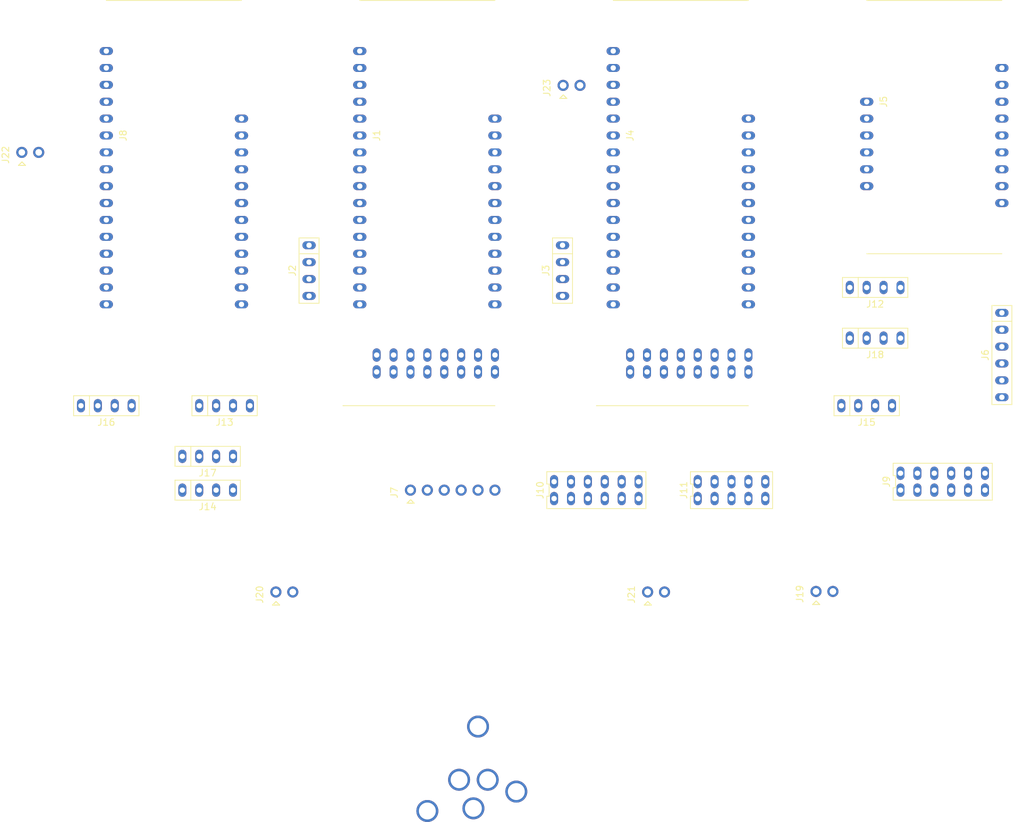
<source format=kicad_pcb>
(kicad_pcb (version 20171130) (host pcbnew "(5.1.5)-3")

  (general
    (thickness 1.6)
    (drawings 0)
    (tracks 0)
    (zones 0)
    (modules 29)
    (nets 122)
  )

  (page A4)
  (layers
    (0 F.Cu signal)
    (31 B.Cu signal)
    (32 B.Adhes user)
    (33 F.Adhes user)
    (34 B.Paste user)
    (35 F.Paste user)
    (36 B.SilkS user)
    (37 F.SilkS user)
    (38 B.Mask user)
    (39 F.Mask user)
    (40 Dwgs.User user)
    (41 Cmts.User user)
    (42 Eco1.User user)
    (43 Eco2.User user)
    (44 Edge.Cuts user)
    (45 Margin user)
    (46 B.CrtYd user)
    (47 F.CrtYd user)
    (48 B.Fab user)
    (49 F.Fab user)
  )

  (setup
    (last_trace_width 0.25)
    (trace_clearance 0.2)
    (zone_clearance 0.508)
    (zone_45_only no)
    (trace_min 0.2)
    (via_size 0.8)
    (via_drill 0.4)
    (via_min_size 0.4)
    (via_min_drill 0.3)
    (uvia_size 0.3)
    (uvia_drill 0.1)
    (uvias_allowed no)
    (uvia_min_size 0.2)
    (uvia_min_drill 0.1)
    (edge_width 0.05)
    (segment_width 0.2)
    (pcb_text_width 0.3)
    (pcb_text_size 1.5 1.5)
    (mod_edge_width 0.12)
    (mod_text_size 1 1)
    (mod_text_width 0.15)
    (pad_size 1.524 1.524)
    (pad_drill 0.762)
    (pad_to_mask_clearance 0.051)
    (solder_mask_min_width 0.25)
    (aux_axis_origin 0 0)
    (visible_elements FFFFFF7F)
    (pcbplotparams
      (layerselection 0x010fc_ffffffff)
      (usegerberextensions false)
      (usegerberattributes false)
      (usegerberadvancedattributes false)
      (creategerberjobfile false)
      (excludeedgelayer true)
      (linewidth 0.100000)
      (plotframeref false)
      (viasonmask false)
      (mode 1)
      (useauxorigin false)
      (hpglpennumber 1)
      (hpglpenspeed 20)
      (hpglpendiameter 15.000000)
      (psnegative false)
      (psa4output false)
      (plotreference true)
      (plotvalue true)
      (plotinvisibletext false)
      (padsonsilk false)
      (subtractmaskfromsilk false)
      (outputformat 1)
      (mirror false)
      (drillshape 1)
      (scaleselection 1)
      (outputdirectory ""))
  )

  (net 0 "")
  (net 1 "Net-(J1-Pad17)")
  (net 2 "Net-(J1-Pad38)")
  (net 3 "Net-(J1-Pad37)")
  (net 4 "Net-(J1-Pad18)")
  (net 5 "Net-(J1-Pad19)")
  (net 6 /I2S_CLK)
  (net 7 /H2D_INT)
  (net 8 /D2H_INT)
  (net 9 /I2S_WCLK)
  (net 10 "Net-(J1-Pad42)")
  (net 11 /RESETn)
  (net 12 "Net-(J1-Pad22)")
  (net 13 GND)
  (net 14 "Net-(J1-Pad43)")
  (net 15 /H3P3V)
  (net 16 "Net-(J1-Pad23)")
  (net 17 "Net-(J1-Pad28)")
  (net 18 /H_SDA)
  (net 19 "Net-(J1-Pad31)")
  (net 20 "Net-(J1-Pad29)")
  (net 21 "Net-(J1-Pad30)")
  (net 22 /H_SCL)
  (net 23 "Net-(J1-Pad32)")
  (net 24 /SPI_CSn)
  (net 25 "Net-(J1-Pad34)")
  (net 26 "Net-(J1-Pad27)")
  (net 27 "Net-(J1-Pad33)")
  (net 28 "Net-(J1-Pad36)")
  (net 29 /H_RX)
  (net 30 /H_TX)
  (net 31 /SPI_MISO)
  (net 32 /SPI_MOSI)
  (net 33 /SPI_CLK)
  (net 34 "Net-(J1-Pad7)")
  (net 35 /D2H_ACK)
  (net 36 "Net-(J1-Pad9)")
  (net 37 /H2D_ACK)
  (net 38 "Net-(J1-Pad11)")
  (net 39 "Net-(J1-Pad12)")
  (net 40 "Net-(J1-Pad14)")
  (net 41 "Net-(J1-Pad15)")
  (net 42 "Net-(J1-Pad16)")
  (net 43 "Net-(J2-Pad1)")
  (net 44 /D_RX)
  (net 45 /D_TX)
  (net 46 "Net-(J3-Pad1)")
  (net 47 "Net-(J4-Pad15)")
  (net 48 "Net-(J4-Pad14)")
  (net 49 "Net-(J4-Pad12)")
  (net 50 "Net-(J4-Pad11)")
  (net 51 /RC_DEMO)
  (net 52 /WOS)
  (net 53 /INT1)
  (net 54 /SPIm_CLK)
  (net 55 /SPIm_MOSI)
  (net 56 /SPIm_MISO)
  (net 57 "Net-(J4-Pad36)")
  (net 58 /D_SCL1)
  (net 59 "Net-(J4-Pad27)")
  (net 60 /D_SDA1)
  (net 61 /SPIm_CS2n)
  (net 62 /D_SCL0)
  (net 63 /D_SDA0)
  (net 64 /eSPI_MOSI)
  (net 65 /D3P3V)
  (net 66 "Net-(J4-Pad43)")
  (net 67 /eSPI_CLK)
  (net 68 "Net-(J4-Pad41)")
  (net 69 /eSPI_CSn)
  (net 70 /eSPI_MISO)
  (net 71 /PDM_CLK)
  (net 72 /I2S_DOUT)
  (net 73 /PDM_DATA)
  (net 74 "Net-(J5-Pad7)")
  (net 75 /3P3V)
  (net 76 "Net-(J5-Pad13)")
  (net 77 "Net-(J5-Pad14)")
  (net 78 "Net-(J5-Pad15)")
  (net 79 "Net-(J5-Pad6)")
  (net 80 "Net-(J5-Pad5)")
  (net 81 "Net-(J5-Pad4)")
  (net 82 "Net-(J5-Pad3)")
  (net 83 "Net-(J5-Pad2)")
  (net 84 "Net-(J5-Pad1)")
  (net 85 "Net-(J6-Pad2)")
  (net 86 "Net-(J8-Pad16)")
  (net 87 /H3V)
  (net 88 "Net-(J8-Pad14)")
  (net 89 "Net-(J8-Pad9)")
  (net 90 "Net-(J8-Pad3)")
  (net 91 "Net-(J8-Pad2)")
  (net 92 "Net-(J8-Pad1)")
  (net 93 "Net-(J8-Pad28)")
  (net 94 "Net-(J8-Pad25)")
  (net 95 "Net-(J8-Pad26)")
  (net 96 "Net-(J8-Pad27)")
  (net 97 "Net-(J8-Pad24)")
  (net 98 /E_SCL)
  (net 99 "Net-(J8-Pad22)")
  (net 100 "Net-(J8-Pad21)")
  (net 101 "Net-(J8-Pad23)")
  (net 102 /E_SDA)
  (net 103 "Net-(J8-Pad20)")
  (net 104 "Net-(J9-Pad12)")
  (net 105 "Net-(J9-Pad11)")
  (net 106 "Net-(J9-Pad10)")
  (net 107 "Net-(J9-Pad2)")
  (net 108 "Net-(J9-Pad8)")
  (net 109 "Net-(J9-Pad7)")
  (net 110 "Net-(J10-Pad7)")
  (net 111 "Net-(J10-Pad8)")
  (net 112 "Net-(J10-Pad9)")
  (net 113 "Net-(J10-Pad10)")
  (net 114 "Net-(J12-Pad3)")
  (net 115 "Net-(J12-Pad2)")
  (net 116 "Net-(J13-Pad2)")
  (net 117 "Net-(J13-Pad3)")
  (net 118 "Net-(J15-Pad2)")
  (net 119 "Net-(J15-Pad3)")
  (net 120 "Net-(J18-Pad3)")
  (net 121 "Net-(J18-Pad2)")

  (net_class Default "This is the default net class."
    (clearance 0.2)
    (trace_width 0.25)
    (via_dia 0.8)
    (via_drill 0.4)
    (uvia_dia 0.3)
    (uvia_drill 0.1)
    (add_net /3P3V)
    (add_net /D2H_ACK)
    (add_net /D2H_INT)
    (add_net /D3P3V)
    (add_net /D_RX)
    (add_net /D_SCL0)
    (add_net /D_SCL1)
    (add_net /D_SDA0)
    (add_net /D_SDA1)
    (add_net /D_TX)
    (add_net /E_SCL)
    (add_net /E_SDA)
    (add_net /H2D_ACK)
    (add_net /H2D_INT)
    (add_net /H3P3V)
    (add_net /H3V)
    (add_net /H_RX)
    (add_net /H_SCL)
    (add_net /H_SDA)
    (add_net /H_TX)
    (add_net /I2S_CLK)
    (add_net /I2S_DOUT)
    (add_net /I2S_WCLK)
    (add_net /INT1)
    (add_net /PDM_CLK)
    (add_net /PDM_DATA)
    (add_net /RC_DEMO)
    (add_net /RESETn)
    (add_net /SPI_CLK)
    (add_net /SPI_CSn)
    (add_net /SPI_MISO)
    (add_net /SPI_MOSI)
    (add_net /SPIm_CLK)
    (add_net /SPIm_CS2n)
    (add_net /SPIm_MISO)
    (add_net /SPIm_MOSI)
    (add_net /WOS)
    (add_net /eSPI_CLK)
    (add_net /eSPI_CSn)
    (add_net /eSPI_MISO)
    (add_net /eSPI_MOSI)
    (add_net GND)
    (add_net "Net-(J1-Pad11)")
    (add_net "Net-(J1-Pad12)")
    (add_net "Net-(J1-Pad14)")
    (add_net "Net-(J1-Pad15)")
    (add_net "Net-(J1-Pad16)")
    (add_net "Net-(J1-Pad17)")
    (add_net "Net-(J1-Pad18)")
    (add_net "Net-(J1-Pad19)")
    (add_net "Net-(J1-Pad22)")
    (add_net "Net-(J1-Pad23)")
    (add_net "Net-(J1-Pad27)")
    (add_net "Net-(J1-Pad28)")
    (add_net "Net-(J1-Pad29)")
    (add_net "Net-(J1-Pad30)")
    (add_net "Net-(J1-Pad31)")
    (add_net "Net-(J1-Pad32)")
    (add_net "Net-(J1-Pad33)")
    (add_net "Net-(J1-Pad34)")
    (add_net "Net-(J1-Pad36)")
    (add_net "Net-(J1-Pad37)")
    (add_net "Net-(J1-Pad38)")
    (add_net "Net-(J1-Pad42)")
    (add_net "Net-(J1-Pad43)")
    (add_net "Net-(J1-Pad7)")
    (add_net "Net-(J1-Pad9)")
    (add_net "Net-(J10-Pad10)")
    (add_net "Net-(J10-Pad7)")
    (add_net "Net-(J10-Pad8)")
    (add_net "Net-(J10-Pad9)")
    (add_net "Net-(J12-Pad2)")
    (add_net "Net-(J12-Pad3)")
    (add_net "Net-(J13-Pad2)")
    (add_net "Net-(J13-Pad3)")
    (add_net "Net-(J15-Pad2)")
    (add_net "Net-(J15-Pad3)")
    (add_net "Net-(J18-Pad2)")
    (add_net "Net-(J18-Pad3)")
    (add_net "Net-(J2-Pad1)")
    (add_net "Net-(J3-Pad1)")
    (add_net "Net-(J4-Pad11)")
    (add_net "Net-(J4-Pad12)")
    (add_net "Net-(J4-Pad14)")
    (add_net "Net-(J4-Pad15)")
    (add_net "Net-(J4-Pad27)")
    (add_net "Net-(J4-Pad36)")
    (add_net "Net-(J4-Pad41)")
    (add_net "Net-(J4-Pad43)")
    (add_net "Net-(J5-Pad1)")
    (add_net "Net-(J5-Pad13)")
    (add_net "Net-(J5-Pad14)")
    (add_net "Net-(J5-Pad15)")
    (add_net "Net-(J5-Pad2)")
    (add_net "Net-(J5-Pad3)")
    (add_net "Net-(J5-Pad4)")
    (add_net "Net-(J5-Pad5)")
    (add_net "Net-(J5-Pad6)")
    (add_net "Net-(J5-Pad7)")
    (add_net "Net-(J6-Pad2)")
    (add_net "Net-(J8-Pad1)")
    (add_net "Net-(J8-Pad14)")
    (add_net "Net-(J8-Pad16)")
    (add_net "Net-(J8-Pad2)")
    (add_net "Net-(J8-Pad20)")
    (add_net "Net-(J8-Pad21)")
    (add_net "Net-(J8-Pad22)")
    (add_net "Net-(J8-Pad23)")
    (add_net "Net-(J8-Pad24)")
    (add_net "Net-(J8-Pad25)")
    (add_net "Net-(J8-Pad26)")
    (add_net "Net-(J8-Pad27)")
    (add_net "Net-(J8-Pad28)")
    (add_net "Net-(J8-Pad3)")
    (add_net "Net-(J8-Pad9)")
    (add_net "Net-(J9-Pad10)")
    (add_net "Net-(J9-Pad11)")
    (add_net "Net-(J9-Pad12)")
    (add_net "Net-(J9-Pad2)")
    (add_net "Net-(J9-Pad7)")
    (add_net "Net-(J9-Pad8)")
  )

  (module MPAD (layer F.Cu) (tedit 5E00E610) (tstamp 5FAA3FA2)
    (at 106.666 147.344)
    (path /5FAACA21)
    (fp_text reference H1 (at -2.41 -0.07 90) (layer F.SilkS) hide
      (effects (font (size 1 1) (thickness 0.15)))
    )
    (fp_text value MountingHole (at 0 -2.54) (layer F.Fab)
      (effects (font (size 1 1) (thickness 0.15)))
    )
    (fp_poly (pts (xy -0.24 0.23) (xy 0.268 0.23) (xy 0.268 -0.278) (xy -0.24 -0.278)) (layer F.Fab) (width 0))
    (pad 0 thru_hole circle (at 0.014 -0.024 90) (size 3.302 3.302) (drill 2.54) (layers *.Cu *.Mask)
      (solder_mask_margin 0.0508))
  )

  (module MPAD (layer F.Cu) (tedit 5E00E610) (tstamp 5FAA3FA8)
    (at 99.046 160.044)
    (path /5FAA78E4)
    (fp_text reference H2 (at -2.41 -0.07 90) (layer F.SilkS) hide
      (effects (font (size 1 1) (thickness 0.15)))
    )
    (fp_text value MountingHole (at 0 -2.54) (layer F.Fab)
      (effects (font (size 1 1) (thickness 0.15)))
    )
    (fp_poly (pts (xy -0.24 0.23) (xy 0.268 0.23) (xy 0.268 -0.278) (xy -0.24 -0.278)) (layer F.Fab) (width 0))
    (pad 0 thru_hole circle (at 0.014 -0.024 90) (size 3.302 3.302) (drill 2.54) (layers *.Cu *.Mask)
      (solder_mask_margin 0.0508))
  )

  (module MPAD (layer F.Cu) (tedit 5E00E610) (tstamp 5FAA3FAE)
    (at 105.967 159.645)
    (path /5FAAD684)
    (fp_text reference H3 (at -2.41 -0.07 90) (layer F.SilkS) hide
      (effects (font (size 1 1) (thickness 0.15)))
    )
    (fp_text value MountingHole (at 0 -2.54) (layer F.Fab)
      (effects (font (size 1 1) (thickness 0.15)))
    )
    (fp_poly (pts (xy -0.24 0.23) (xy 0.268 0.23) (xy 0.268 -0.278) (xy -0.24 -0.278)) (layer F.Fab) (width 0))
    (pad 0 thru_hole circle (at 0.014 -0.024 90) (size 3.302 3.302) (drill 2.54) (layers *.Cu *.Mask)
      (solder_mask_margin 0.0508))
  )

  (module MPAD (layer F.Cu) (tedit 5E00E610) (tstamp 5FAA3FB4)
    (at 112.417 157.125)
    (path /5FAB3473)
    (fp_text reference H4 (at -2.41 -0.07 90) (layer F.SilkS) hide
      (effects (font (size 1 1) (thickness 0.15)))
    )
    (fp_text value MountingHole (at 0 -2.54) (layer F.Fab)
      (effects (font (size 1 1) (thickness 0.15)))
    )
    (fp_poly (pts (xy -0.24 0.23) (xy 0.268 0.23) (xy 0.268 -0.278) (xy -0.24 -0.278)) (layer F.Fab) (width 0))
    (pad 0 thru_hole circle (at 0.014 -0.024 90) (size 3.302 3.302) (drill 2.54) (layers *.Cu *.Mask)
      (solder_mask_margin 0.0508))
  )

  (module MPAD (layer F.Cu) (tedit 5E00E610) (tstamp 5FAA3FBA)
    (at 108.117 155.345)
    (path /5FAB91FD)
    (fp_text reference H5 (at -2.41 -0.07 90) (layer F.SilkS) hide
      (effects (font (size 1 1) (thickness 0.15)))
    )
    (fp_text value MountingHole (at 0 -2.54) (layer F.Fab)
      (effects (font (size 1 1) (thickness 0.15)))
    )
    (fp_poly (pts (xy -0.24 0.23) (xy 0.268 0.23) (xy 0.268 -0.278) (xy -0.24 -0.278)) (layer F.Fab) (width 0))
    (pad 0 thru_hole circle (at 0.014 -0.024 90) (size 3.302 3.302) (drill 2.54) (layers *.Cu *.Mask)
      (solder_mask_margin 0.0508))
  )

  (module MPAD (layer F.Cu) (tedit 5E00E610) (tstamp 5FAA3FC0)
    (at 103.817 155.345)
    (path /5FABEFD1)
    (fp_text reference H6 (at -2.41 -0.07 90) (layer F.SilkS) hide
      (effects (font (size 1 1) (thickness 0.15)))
    )
    (fp_text value MountingHole (at 0 -2.54) (layer F.Fab)
      (effects (font (size 1 1) (thickness 0.15)))
    )
    (fp_poly (pts (xy -0.24 0.23) (xy 0.268 0.23) (xy 0.268 -0.278) (xy -0.24 -0.278)) (layer F.Fab) (width 0))
    (pad 0 thru_hole circle (at 0.014 -0.024 90) (size 3.302 3.302) (drill 2.54) (layers *.Cu *.Mask)
      (solder_mask_margin 0.0508))
  )

  (module quicklogicBoards-footprints:quickfeather (layer F.Cu) (tedit 5F594428) (tstamp 5FAA3FFA)
    (at 83.82 63.5 270)
    (path /5F99F9F5)
    (fp_text reference J1 (at -5.08 -7.62 90) (layer F.SilkS)
      (effects (font (size 1 1) (thickness 0.15)))
    )
    (fp_text value QuickFeather (at 2.54 -7.62 90) (layer F.Fab)
      (effects (font (size 1 1) (thickness 0.15)))
    )
    (fp_line (start -25.4 -25.4) (end -25.4 -5.08) (layer F.SilkS) (width 0.12))
    (fp_line (start 35.56 -25.4) (end 35.56 -2.54) (layer F.SilkS) (width 0.12))
    (fp_line (start 21.17 -24.15) (end -18.63 -24.15) (layer F.CrtYd) (width 0.05))
    (fp_line (start -18.63 -24.15) (end -18.63 -26.65) (layer F.CrtYd) (width 0.05))
    (fp_line (start 21.17 -26.65) (end 21.17 -24.15) (layer F.CrtYd) (width 0.05))
    (fp_line (start -18.63 -26.65) (end 21.17 -26.65) (layer F.CrtYd) (width 0.05))
    (fp_line (start -18.63 -6.33) (end 21.17 -6.33) (layer F.CrtYd) (width 0.05))
    (fp_line (start 21.17 -6.33) (end 21.17 -3.83) (layer F.CrtYd) (width 0.05))
    (fp_line (start 21.17 -3.83) (end -18.63 -3.83) (layer F.CrtYd) (width 0.05))
    (fp_line (start -18.63 -3.83) (end -18.63 -6.33) (layer F.CrtYd) (width 0.05))
    (pad 17 thru_hole oval (at 27.94 -25.4) (size 1.2 2) (drill 0.8) (layers *.Cu *.Mask)
      (net 1 "Net-(J1-Pad17)"))
    (pad 38 thru_hole oval (at 30.48 -22.86) (size 1.2 2) (drill 0.8) (layers *.Cu *.Mask)
      (net 2 "Net-(J1-Pad38)"))
    (pad 37 thru_hole oval (at 30.48 -25.4) (size 1.2 2) (drill 0.8) (layers *.Cu *.Mask)
      (net 3 "Net-(J1-Pad37)"))
    (pad 18 thru_hole oval (at 27.94 -22.86) (size 1.2 2) (drill 0.8) (layers *.Cu *.Mask)
      (net 4 "Net-(J1-Pad18)"))
    (pad 19 thru_hole oval (at 27.94 -20.32) (size 1.2 2) (drill 0.8) (layers *.Cu *.Mask)
      (net 5 "Net-(J1-Pad19)"))
    (pad 40 thru_hole oval (at 30.48 -17.78) (size 1.2 2) (drill 0.8) (layers *.Cu *.Mask)
      (net 6 /I2S_CLK))
    (pad 39 thru_hole oval (at 30.48 -20.32) (size 1.2 2) (drill 0.8) (layers *.Cu *.Mask)
      (net 7 /H2D_INT))
    (pad 20 thru_hole oval (at 27.94 -17.78) (size 1.2 2) (drill 0.8) (layers *.Cu *.Mask)
      (net 8 /D2H_INT))
    (pad 21 thru_hole oval (at 27.94 -15.24) (size 1.2 2) (drill 0.8) (layers *.Cu *.Mask)
      (net 9 /I2S_WCLK))
    (pad 42 thru_hole oval (at 30.48 -12.7) (size 1.2 2) (drill 0.8) (layers *.Cu *.Mask)
      (net 10 "Net-(J1-Pad42)"))
    (pad 41 thru_hole oval (at 30.48 -15.24) (size 1.2 2) (drill 0.8) (layers *.Cu *.Mask)
      (net 11 /RESETn))
    (pad 22 thru_hole oval (at 27.94 -12.7) (size 1.2 2) (drill 0.8) (layers *.Cu *.Mask)
      (net 12 "Net-(J1-Pad22)"))
    (pad 44 thru_hole oval (at 30.48 -7.62) (size 1.2 2) (drill 0.8) (layers *.Cu *.Mask)
      (net 13 GND))
    (pad 43 thru_hole oval (at 30.48 -10.16) (size 1.2 2) (drill 0.8) (layers *.Cu *.Mask)
      (net 14 "Net-(J1-Pad43)"))
    (pad 24 thru_hole oval (at 27.94 -7.62) (size 1.2 2) (drill 0.8) (layers *.Cu *.Mask)
      (net 15 /H3P3V))
    (pad 23 thru_hole oval (at 27.94 -10.16) (size 1.2 2) (drill 0.8) (layers *.Cu *.Mask)
      (net 16 "Net-(J1-Pad23)"))
    (pad 28 thru_hole oval (at 12.7 -25.4 270) (size 1.2 2) (drill 0.8) (layers *.Cu *.Mask)
      (net 17 "Net-(J1-Pad28)"))
    (pad 25 thru_hole oval (at 20.32 -25.4 270) (size 1.2 2) (drill 0.8) (layers *.Cu *.Mask)
      (net 18 /H_SDA))
    (pad 31 thru_hole oval (at 5.08 -25.4 270) (size 1.2 2) (drill 0.8) (layers *.Cu *.Mask)
      (net 19 "Net-(J1-Pad31)"))
    (pad 29 thru_hole oval (at 10.16 -25.4 270) (size 1.2 2) (drill 0.8) (layers *.Cu *.Mask)
      (net 20 "Net-(J1-Pad29)"))
    (pad 30 thru_hole oval (at 7.62 -25.4 270) (size 1.2 2) (drill 0.8) (layers *.Cu *.Mask)
      (net 21 "Net-(J1-Pad30)"))
    (pad 26 thru_hole oval (at 17.78 -25.4 270) (size 1.2 2) (drill 0.8) (layers *.Cu *.Mask)
      (net 22 /H_SCL))
    (pad 32 thru_hole oval (at 2.54 -25.4 270) (size 1.2 2) (drill 0.8) (layers *.Cu *.Mask)
      (net 23 "Net-(J1-Pad32)"))
    (pad 35 thru_hole oval (at -5.08 -25.4 270) (size 1.2 2) (drill 0.8) (layers *.Cu *.Mask)
      (net 24 /SPI_CSn))
    (pad 34 thru_hole oval (at -2.54 -25.4 270) (size 1.2 2) (drill 0.8) (layers *.Cu *.Mask)
      (net 25 "Net-(J1-Pad34)"))
    (pad 27 thru_hole oval (at 15.24 -25.4 270) (size 1.2 2) (drill 0.8) (layers *.Cu *.Mask)
      (net 26 "Net-(J1-Pad27)"))
    (pad 33 thru_hole oval (at 0 -25.4 270) (size 1.2 2) (drill 0.8) (layers *.Cu *.Mask)
      (net 27 "Net-(J1-Pad33)"))
    (pad 36 thru_hole oval (at -7.62 -25.4 270) (size 1.2 2) (drill 0.8) (layers *.Cu *.Mask)
      (net 28 "Net-(J1-Pad36)"))
    (pad 1 thru_hole oval (at 20.32 -5.08 270) (size 1.2 2) (drill 0.8) (layers *.Cu *.Mask)
      (net 13 GND))
    (pad 2 thru_hole oval (at 17.78 -5.08 270) (size 1.2 2) (drill 0.8) (layers *.Cu *.Mask)
      (net 29 /H_RX))
    (pad 3 thru_hole oval (at 15.24 -5.08 270) (size 1.2 2) (drill 0.8) (layers *.Cu *.Mask)
      (net 30 /H_TX))
    (pad 4 thru_hole oval (at 12.7 -5.08 270) (size 1.2 2) (drill 0.8) (layers *.Cu *.Mask)
      (net 31 /SPI_MISO))
    (pad 5 thru_hole oval (at 10.16 -5.08 270) (size 1.2 2) (drill 0.8) (layers *.Cu *.Mask)
      (net 32 /SPI_MOSI))
    (pad 6 thru_hole oval (at 7.62 -5.08 270) (size 1.2 2) (drill 0.8) (layers *.Cu *.Mask)
      (net 33 /SPI_CLK))
    (pad 7 thru_hole oval (at 5.08 -5.08 270) (size 1.2 2) (drill 0.8) (layers *.Cu *.Mask)
      (net 34 "Net-(J1-Pad7)"))
    (pad 8 thru_hole oval (at 2.54 -5.08 270) (size 1.2 2) (drill 0.8) (layers *.Cu *.Mask)
      (net 35 /D2H_ACK))
    (pad 9 thru_hole oval (at 0 -5.08 270) (size 1.2 2) (drill 0.8) (layers *.Cu *.Mask)
      (net 36 "Net-(J1-Pad9)"))
    (pad 10 thru_hole oval (at -2.54 -5.08 270) (size 1.2 2) (drill 0.8) (layers *.Cu *.Mask)
      (net 37 /H2D_ACK))
    (pad 11 thru_hole oval (at -5.08 -5.08 270) (size 1.2 2) (drill 0.8) (layers *.Cu *.Mask)
      (net 38 "Net-(J1-Pad11)"))
    (pad 12 thru_hole oval (at -7.62 -5.08 270) (size 1.2 2) (drill 0.8) (layers *.Cu *.Mask)
      (net 39 "Net-(J1-Pad12)"))
    (pad 13 thru_hole oval (at -10.16 -5.08 270) (size 1.2 2) (drill 0.8) (layers *.Cu *.Mask)
      (net 13 GND))
    (pad 14 thru_hole oval (at -12.7 -5.08 270) (size 1.2 2) (drill 0.8) (layers *.Cu *.Mask)
      (net 40 "Net-(J1-Pad14)"))
    (pad 15 thru_hole oval (at -15.24 -5.08 270) (size 1.2 2) (drill 0.8) (layers *.Cu *.Mask)
      (net 41 "Net-(J1-Pad15)"))
    (pad 16 thru_hole oval (at -17.78 -5.08 270) (size 1.2 2) (drill 0.8) (layers *.Cu *.Mask)
      (net 42 "Net-(J1-Pad16)"))
  )

  (module quicklogicBoards-footprints:1x4_Conn (layer F.Cu) (tedit 0) (tstamp 5FAA400B)
    (at 81.28 78.74 270)
    (path /5F9A4360)
    (fp_text reference J2 (at 0 2.5 90) (layer F.SilkS)
      (effects (font (size 1 1) (thickness 0.15)))
    )
    (fp_text value H_UART (at 0 -2.5 90) (layer F.Fab)
      (effects (font (size 1 1) (thickness 0.15)))
    )
    (fp_line (start -4.66 1.25) (end -4.66 -1.25) (layer F.CrtYd) (width 0.05))
    (fp_line (start 4.66 1.25) (end -4.66 1.25) (layer F.CrtYd) (width 0.05))
    (fp_line (start 4.66 -1.25) (end 4.66 1.25) (layer F.CrtYd) (width 0.05))
    (fp_line (start -4.66 -1.25) (end 4.66 -1.25) (layer F.CrtYd) (width 0.05))
    (fp_line (start -2.54 -1.5) (end -2.54 1.5) (layer F.SilkS) (width 0.12))
    (fp_line (start -4.91 1.5) (end -4.91 -1.5) (layer F.SilkS) (width 0.12))
    (fp_line (start 4.91 1.5) (end -4.91 1.5) (layer F.SilkS) (width 0.12))
    (fp_line (start 4.91 -1.5) (end 4.91 1.5) (layer F.SilkS) (width 0.12))
    (fp_line (start -4.91 -1.5) (end 4.91 -1.5) (layer F.SilkS) (width 0.12))
    (pad 4 thru_hole oval (at 3.81 0 270) (size 1.2 2) (drill 0.8) (layers *.Cu *.Mask)
      (net 13 GND))
    (pad 3 thru_hole oval (at 1.27 0 270) (size 1.2 2) (drill 0.8) (layers *.Cu *.Mask)
      (net 29 /H_RX))
    (pad 2 thru_hole oval (at -1.27 0 270) (size 1.2 2) (drill 0.8) (layers *.Cu *.Mask)
      (net 30 /H_TX))
    (pad 1 thru_hole oval (at -3.81 0 270) (size 1.2 2) (drill 0.8) (layers *.Cu *.Mask)
      (net 43 "Net-(J2-Pad1)"))
  )

  (module quicklogicBoards-footprints:1x4_Conn (layer F.Cu) (tedit 0) (tstamp 5FAA401C)
    (at 119.38 78.74 270)
    (path /5F9A4CE9)
    (fp_text reference J3 (at 0 2.5 90) (layer F.SilkS)
      (effects (font (size 1 1) (thickness 0.15)))
    )
    (fp_text value D_UART (at 0 -2.5 90) (layer F.Fab)
      (effects (font (size 1 1) (thickness 0.15)))
    )
    (fp_line (start -4.66 1.25) (end -4.66 -1.25) (layer F.CrtYd) (width 0.05))
    (fp_line (start 4.66 1.25) (end -4.66 1.25) (layer F.CrtYd) (width 0.05))
    (fp_line (start 4.66 -1.25) (end 4.66 1.25) (layer F.CrtYd) (width 0.05))
    (fp_line (start -4.66 -1.25) (end 4.66 -1.25) (layer F.CrtYd) (width 0.05))
    (fp_line (start -2.54 -1.5) (end -2.54 1.5) (layer F.SilkS) (width 0.12))
    (fp_line (start -4.91 1.5) (end -4.91 -1.5) (layer F.SilkS) (width 0.12))
    (fp_line (start 4.91 1.5) (end -4.91 1.5) (layer F.SilkS) (width 0.12))
    (fp_line (start 4.91 -1.5) (end 4.91 1.5) (layer F.SilkS) (width 0.12))
    (fp_line (start -4.91 -1.5) (end 4.91 -1.5) (layer F.SilkS) (width 0.12))
    (pad 4 thru_hole oval (at 3.81 0 270) (size 1.2 2) (drill 0.8) (layers *.Cu *.Mask)
      (net 13 GND))
    (pad 3 thru_hole oval (at 1.27 0 270) (size 1.2 2) (drill 0.8) (layers *.Cu *.Mask)
      (net 44 /D_RX))
    (pad 2 thru_hole oval (at -1.27 0 270) (size 1.2 2) (drill 0.8) (layers *.Cu *.Mask)
      (net 45 /D_TX))
    (pad 1 thru_hole oval (at -3.81 0 270) (size 1.2 2) (drill 0.8) (layers *.Cu *.Mask)
      (net 46 "Net-(J3-Pad1)"))
  )

  (module quicklogicBoards-footprints:quickfeather (layer F.Cu) (tedit 5F594428) (tstamp 5FAA4056)
    (at 121.92 63.5 270)
    (path /5F9A0FF2)
    (fp_text reference J4 (at -5.08 -7.62 90) (layer F.SilkS)
      (effects (font (size 1 1) (thickness 0.15)))
    )
    (fp_text value QuickFeather (at 2.54 -7.62 90) (layer F.Fab)
      (effects (font (size 1 1) (thickness 0.15)))
    )
    (fp_line (start -18.63 -3.83) (end -18.63 -6.33) (layer F.CrtYd) (width 0.05))
    (fp_line (start 21.17 -3.83) (end -18.63 -3.83) (layer F.CrtYd) (width 0.05))
    (fp_line (start 21.17 -6.33) (end 21.17 -3.83) (layer F.CrtYd) (width 0.05))
    (fp_line (start -18.63 -6.33) (end 21.17 -6.33) (layer F.CrtYd) (width 0.05))
    (fp_line (start -18.63 -26.65) (end 21.17 -26.65) (layer F.CrtYd) (width 0.05))
    (fp_line (start 21.17 -26.65) (end 21.17 -24.15) (layer F.CrtYd) (width 0.05))
    (fp_line (start -18.63 -24.15) (end -18.63 -26.65) (layer F.CrtYd) (width 0.05))
    (fp_line (start 21.17 -24.15) (end -18.63 -24.15) (layer F.CrtYd) (width 0.05))
    (fp_line (start 35.56 -25.4) (end 35.56 -2.54) (layer F.SilkS) (width 0.12))
    (fp_line (start -25.4 -25.4) (end -25.4 -5.08) (layer F.SilkS) (width 0.12))
    (pad 16 thru_hole oval (at -17.78 -5.08 270) (size 1.2 2) (drill 0.8) (layers *.Cu *.Mask)
      (net 11 /RESETn))
    (pad 15 thru_hole oval (at -15.24 -5.08 270) (size 1.2 2) (drill 0.8) (layers *.Cu *.Mask)
      (net 47 "Net-(J4-Pad15)"))
    (pad 14 thru_hole oval (at -12.7 -5.08 270) (size 1.2 2) (drill 0.8) (layers *.Cu *.Mask)
      (net 48 "Net-(J4-Pad14)"))
    (pad 13 thru_hole oval (at -10.16 -5.08 270) (size 1.2 2) (drill 0.8) (layers *.Cu *.Mask)
      (net 13 GND))
    (pad 12 thru_hole oval (at -7.62 -5.08 270) (size 1.2 2) (drill 0.8) (layers *.Cu *.Mask)
      (net 49 "Net-(J4-Pad12)"))
    (pad 11 thru_hole oval (at -5.08 -5.08 270) (size 1.2 2) (drill 0.8) (layers *.Cu *.Mask)
      (net 50 "Net-(J4-Pad11)"))
    (pad 10 thru_hole oval (at -2.54 -5.08 270) (size 1.2 2) (drill 0.8) (layers *.Cu *.Mask)
      (net 51 /RC_DEMO))
    (pad 9 thru_hole oval (at 0 -5.08 270) (size 1.2 2) (drill 0.8) (layers *.Cu *.Mask)
      (net 52 /WOS))
    (pad 8 thru_hole oval (at 2.54 -5.08 270) (size 1.2 2) (drill 0.8) (layers *.Cu *.Mask)
      (net 37 /H2D_ACK))
    (pad 7 thru_hole oval (at 5.08 -5.08 270) (size 1.2 2) (drill 0.8) (layers *.Cu *.Mask)
      (net 53 /INT1))
    (pad 6 thru_hole oval (at 7.62 -5.08 270) (size 1.2 2) (drill 0.8) (layers *.Cu *.Mask)
      (net 54 /SPIm_CLK))
    (pad 5 thru_hole oval (at 10.16 -5.08 270) (size 1.2 2) (drill 0.8) (layers *.Cu *.Mask)
      (net 55 /SPIm_MOSI))
    (pad 4 thru_hole oval (at 12.7 -5.08 270) (size 1.2 2) (drill 0.8) (layers *.Cu *.Mask)
      (net 56 /SPIm_MISO))
    (pad 3 thru_hole oval (at 15.24 -5.08 270) (size 1.2 2) (drill 0.8) (layers *.Cu *.Mask)
      (net 45 /D_TX))
    (pad 2 thru_hole oval (at 17.78 -5.08 270) (size 1.2 2) (drill 0.8) (layers *.Cu *.Mask)
      (net 44 /D_RX))
    (pad 1 thru_hole oval (at 20.32 -5.08 270) (size 1.2 2) (drill 0.8) (layers *.Cu *.Mask)
      (net 13 GND))
    (pad 36 thru_hole oval (at -7.62 -25.4 270) (size 1.2 2) (drill 0.8) (layers *.Cu *.Mask)
      (net 57 "Net-(J4-Pad36)"))
    (pad 33 thru_hole oval (at 0 -25.4 270) (size 1.2 2) (drill 0.8) (layers *.Cu *.Mask)
      (net 58 /D_SCL1))
    (pad 27 thru_hole oval (at 15.24 -25.4 270) (size 1.2 2) (drill 0.8) (layers *.Cu *.Mask)
      (net 59 "Net-(J4-Pad27)"))
    (pad 34 thru_hole oval (at -2.54 -25.4 270) (size 1.2 2) (drill 0.8) (layers *.Cu *.Mask)
      (net 60 /D_SDA1))
    (pad 35 thru_hole oval (at -5.08 -25.4 270) (size 1.2 2) (drill 0.8) (layers *.Cu *.Mask)
      (net 61 /SPIm_CS2n))
    (pad 32 thru_hole oval (at 2.54 -25.4 270) (size 1.2 2) (drill 0.8) (layers *.Cu *.Mask)
      (net 24 /SPI_CSn))
    (pad 26 thru_hole oval (at 17.78 -25.4 270) (size 1.2 2) (drill 0.8) (layers *.Cu *.Mask)
      (net 62 /D_SCL0))
    (pad 30 thru_hole oval (at 7.62 -25.4 270) (size 1.2 2) (drill 0.8) (layers *.Cu *.Mask)
      (net 31 /SPI_MISO))
    (pad 29 thru_hole oval (at 10.16 -25.4 270) (size 1.2 2) (drill 0.8) (layers *.Cu *.Mask)
      (net 33 /SPI_CLK))
    (pad 31 thru_hole oval (at 5.08 -25.4 270) (size 1.2 2) (drill 0.8) (layers *.Cu *.Mask)
      (net 32 /SPI_MOSI))
    (pad 25 thru_hole oval (at 20.32 -25.4 270) (size 1.2 2) (drill 0.8) (layers *.Cu *.Mask)
      (net 63 /D_SDA0))
    (pad 28 thru_hole oval (at 12.7 -25.4 270) (size 1.2 2) (drill 0.8) (layers *.Cu *.Mask)
      (net 8 /D2H_INT))
    (pad 23 thru_hole oval (at 27.94 -10.16) (size 1.2 2) (drill 0.8) (layers *.Cu *.Mask)
      (net 64 /eSPI_MOSI))
    (pad 24 thru_hole oval (at 27.94 -7.62) (size 1.2 2) (drill 0.8) (layers *.Cu *.Mask)
      (net 65 /D3P3V))
    (pad 43 thru_hole oval (at 30.48 -10.16) (size 1.2 2) (drill 0.8) (layers *.Cu *.Mask)
      (net 66 "Net-(J4-Pad43)"))
    (pad 44 thru_hole oval (at 30.48 -7.62) (size 1.2 2) (drill 0.8) (layers *.Cu *.Mask)
      (net 13 GND))
    (pad 22 thru_hole oval (at 27.94 -12.7) (size 1.2 2) (drill 0.8) (layers *.Cu *.Mask)
      (net 67 /eSPI_CLK))
    (pad 41 thru_hole oval (at 30.48 -15.24) (size 1.2 2) (drill 0.8) (layers *.Cu *.Mask)
      (net 68 "Net-(J4-Pad41)"))
    (pad 42 thru_hole oval (at 30.48 -12.7) (size 1.2 2) (drill 0.8) (layers *.Cu *.Mask)
      (net 69 /eSPI_CSn))
    (pad 21 thru_hole oval (at 27.94 -15.24) (size 1.2 2) (drill 0.8) (layers *.Cu *.Mask)
      (net 70 /eSPI_MISO))
    (pad 20 thru_hole oval (at 27.94 -17.78) (size 1.2 2) (drill 0.8) (layers *.Cu *.Mask)
      (net 7 /H2D_INT))
    (pad 39 thru_hole oval (at 30.48 -20.32) (size 1.2 2) (drill 0.8) (layers *.Cu *.Mask)
      (net 35 /D2H_ACK))
    (pad 40 thru_hole oval (at 30.48 -17.78) (size 1.2 2) (drill 0.8) (layers *.Cu *.Mask)
      (net 6 /I2S_CLK))
    (pad 19 thru_hole oval (at 27.94 -20.32) (size 1.2 2) (drill 0.8) (layers *.Cu *.Mask)
      (net 6 /I2S_CLK))
    (pad 18 thru_hole oval (at 27.94 -22.86) (size 1.2 2) (drill 0.8) (layers *.Cu *.Mask)
      (net 9 /I2S_WCLK))
    (pad 37 thru_hole oval (at 30.48 -25.4) (size 1.2 2) (drill 0.8) (layers *.Cu *.Mask)
      (net 71 /PDM_CLK))
    (pad 38 thru_hole oval (at 30.48 -22.86) (size 1.2 2) (drill 0.8) (layers *.Cu *.Mask)
      (net 72 /I2S_DOUT))
    (pad 17 thru_hole oval (at 27.94 -25.4) (size 1.2 2) (drill 0.8) (layers *.Cu *.Mask)
      (net 73 /PDM_DATA))
  )

  (module quicklogicBoards-footprints:uda1334 (layer F.Cu) (tedit 5F5AF7A4) (tstamp 5FAA406B)
    (at 162.56 58.42 270)
    (path /5F9A2931)
    (fp_text reference J5 (at -5.08 -5.08 90) (layer F.SilkS)
      (effects (font (size 1 1) (thickness 0.15)))
    )
    (fp_text value UDA1334 (at 2.54 -5.08 90) (layer F.Fab)
      (effects (font (size 1 1) (thickness 0.15)))
    )
    (fp_line (start 17.78 -22.86) (end 17.78 -2.54) (layer F.SilkS) (width 0.12))
    (fp_line (start -20.32 -22.86) (end -20.32 -2.54) (layer F.SilkS) (width 0.12))
    (pad 7 thru_hole oval (at 10.16 -22.86 270) (size 1.2 2) (drill 0.8) (layers *.Cu *.Mask)
      (net 74 "Net-(J5-Pad7)"))
    (pad 8 thru_hole oval (at 7.62 -22.86 270) (size 1.2 2) (drill 0.8) (layers *.Cu *.Mask)
      (net 75 /3P3V))
    (pad 9 thru_hole oval (at 5.08 -22.86 270) (size 1.2 2) (drill 0.8) (layers *.Cu *.Mask)
      (net 13 GND))
    (pad 10 thru_hole oval (at 2.54 -22.86 270) (size 1.2 2) (drill 0.8) (layers *.Cu *.Mask)
      (net 9 /I2S_WCLK))
    (pad 11 thru_hole oval (at 0 -22.86 270) (size 1.2 2) (drill 0.8) (layers *.Cu *.Mask)
      (net 72 /I2S_DOUT))
    (pad 12 thru_hole oval (at -2.54 -22.86 270) (size 1.2 2) (drill 0.8) (layers *.Cu *.Mask)
      (net 6 /I2S_CLK))
    (pad 13 thru_hole oval (at -5.08 -22.86 270) (size 1.2 2) (drill 0.8) (layers *.Cu *.Mask)
      (net 76 "Net-(J5-Pad13)"))
    (pad 14 thru_hole oval (at -7.62 -22.86 270) (size 1.2 2) (drill 0.8) (layers *.Cu *.Mask)
      (net 77 "Net-(J5-Pad14)"))
    (pad 15 thru_hole oval (at -10.16 -22.86 270) (size 1.2 2) (drill 0.8) (layers *.Cu *.Mask)
      (net 78 "Net-(J5-Pad15)"))
    (pad 6 thru_hole oval (at 7.62 -2.54 270) (size 1.2 2) (drill 0.8) (layers *.Cu *.Mask)
      (net 79 "Net-(J5-Pad6)"))
    (pad 5 thru_hole oval (at 5.08 -2.54 270) (size 1.2 2) (drill 0.8) (layers *.Cu *.Mask)
      (net 80 "Net-(J5-Pad5)"))
    (pad 4 thru_hole oval (at 2.54 -2.54 270) (size 1.2 2) (drill 0.8) (layers *.Cu *.Mask)
      (net 81 "Net-(J5-Pad4)"))
    (pad 3 thru_hole oval (at 0 -2.54 270) (size 1.2 2) (drill 0.8) (layers *.Cu *.Mask)
      (net 82 "Net-(J5-Pad3)"))
    (pad 2 thru_hole oval (at -2.54 -2.54 270) (size 1.2 2) (drill 0.8) (layers *.Cu *.Mask)
      (net 83 "Net-(J5-Pad2)"))
    (pad 1 thru_hole oval (at -5.08 -2.54 270) (size 1.2 2) (drill 0.8) (layers *.Cu *.Mask)
      (net 84 "Net-(J5-Pad1)"))
  )

  (module quicklogicBoards-footprints:1x6_Conn (layer F.Cu) (tedit 0) (tstamp 5FAA407E)
    (at 185.42 91.44 270)
    (path /5FAB261C)
    (fp_text reference J6 (at 0 2.5 90) (layer F.SilkS)
      (effects (font (size 1 1) (thickness 0.15)))
    )
    (fp_text value LIS2DH12 (at 0 -2.5 90) (layer F.Fab)
      (effects (font (size 1 1) (thickness 0.15)))
    )
    (fp_line (start -7.2 1.25) (end -7.2 -1.25) (layer F.CrtYd) (width 0.05))
    (fp_line (start 7.2 1.25) (end -7.2 1.25) (layer F.CrtYd) (width 0.05))
    (fp_line (start 7.2 -1.25) (end 7.2 1.25) (layer F.CrtYd) (width 0.05))
    (fp_line (start -7.2 -1.25) (end 7.2 -1.25) (layer F.CrtYd) (width 0.05))
    (fp_line (start -5.08 -1.5) (end -5.08 1.5) (layer F.SilkS) (width 0.12))
    (fp_line (start -7.45 1.5) (end -7.45 -1.5) (layer F.SilkS) (width 0.12))
    (fp_line (start 7.45 1.5) (end -7.45 1.5) (layer F.SilkS) (width 0.12))
    (fp_line (start 7.45 -1.5) (end 7.45 1.5) (layer F.SilkS) (width 0.12))
    (fp_line (start -7.45 -1.5) (end 7.45 -1.5) (layer F.SilkS) (width 0.12))
    (pad 6 thru_hole oval (at 6.35 0 270) (size 1.2 2) (drill 0.8) (layers *.Cu *.Mask)
      (net 13 GND))
    (pad 5 thru_hole oval (at 3.81 0 270) (size 1.2 2) (drill 0.8) (layers *.Cu *.Mask)
      (net 75 /3P3V))
    (pad 4 thru_hole oval (at 1.27 0 270) (size 1.2 2) (drill 0.8) (layers *.Cu *.Mask)
      (net 63 /D_SDA0))
    (pad 3 thru_hole oval (at -1.27 0 270) (size 1.2 2) (drill 0.8) (layers *.Cu *.Mask)
      (net 62 /D_SCL0))
    (pad 2 thru_hole oval (at -3.81 0 270) (size 1.2 2) (drill 0.8) (layers *.Cu *.Mask)
      (net 85 "Net-(J6-Pad2)"))
    (pad 1 thru_hole oval (at -6.35 0 270) (size 1.2 2) (drill 0.8) (layers *.Cu *.Mask)
      (net 53 /INT1))
  )

  (module quicklogicBoards-footprints:1x6_pinhead (layer F.Cu) (tedit 5F39EA02) (tstamp 5FAA4091)
    (at 96.43 109.14)
    (path /5FAAB1BB)
    (fp_text reference J7 (at -2.34 3 90) (layer F.SilkS)
      (effects (font (size 1 1) (thickness 0.15)))
    )
    (fp_text value eSPI_Sensor (at 0 -0.5) (layer F.Fab)
      (effects (font (size 1 1) (thickness 0.15)))
    )
    (fp_line (start 0.64 4.58) (end 0.115 4.055) (layer F.SilkS) (width 0.15))
    (fp_line (start -0.41 4.58) (end 0.64 4.58) (layer F.SilkS) (width 0.15))
    (fp_line (start 0.115 4.055) (end -0.41 4.58) (layer F.SilkS) (width 0.15))
    (fp_poly (pts (xy 7.456 2.874) (xy 7.964 2.874) (xy 7.964 2.366) (xy 7.456 2.366)) (layer F.Fab) (width 0))
    (fp_poly (pts (xy -0.164 2.874) (xy 0.344 2.874) (xy 0.344 2.366) (xy -0.164 2.366)) (layer F.Fab) (width 0))
    (fp_poly (pts (xy 9.996 2.874) (xy 10.504 2.874) (xy 10.504 2.366) (xy 9.996 2.366)) (layer F.Fab) (width 0))
    (fp_poly (pts (xy 2.376 2.874) (xy 2.884 2.874) (xy 2.884 2.366) (xy 2.376 2.366)) (layer F.Fab) (width 0))
    (fp_poly (pts (xy 12.536 2.874) (xy 13.044 2.874) (xy 13.044 2.366) (xy 12.536 2.366)) (layer F.Fab) (width 0))
    (fp_poly (pts (xy 4.916 2.874) (xy 5.424 2.874) (xy 5.424 2.366) (xy 4.916 2.366)) (layer F.Fab) (width 0))
    (pad 5 thru_hole circle (at 10.25 2.62 90) (size 1.6764 1.6764) (drill 1) (layers *.Cu *.Mask)
      (net 13 GND) (solder_mask_margin 0.0508))
    (pad 1 thru_hole circle (at 0.09 2.62 90) (size 1.6764 1.6764) (drill 1) (layers *.Cu *.Mask)
      (net 69 /eSPI_CSn) (solder_mask_margin 0.0508))
    (pad 4 thru_hole circle (at 7.71 2.62 90) (size 1.6764 1.6764) (drill 1) (layers *.Cu *.Mask)
      (net 67 /eSPI_CLK) (solder_mask_margin 0.0508))
    (pad 6 thru_hole circle (at 12.79 2.62 90) (size 1.6764 1.6764) (drill 1) (layers *.Cu *.Mask)
      (net 75 /3P3V) (solder_mask_margin 0.0508))
    (pad 3 thru_hole circle (at 5.17 2.62 90) (size 1.6764 1.6764) (drill 1) (layers *.Cu *.Mask)
      (net 70 /eSPI_MISO) (solder_mask_margin 0.0508))
    (pad 2 thru_hole circle (at 2.63 2.62 90) (size 1.6764 1.6764) (drill 1) (layers *.Cu *.Mask)
      (net 64 /eSPI_MOSI) (solder_mask_margin 0.0508))
  )

  (module quicklogicBoards-footprints:huzzah32 (layer F.Cu) (tedit 5FA9CCA3) (tstamp 5FAA40BA)
    (at 45.72 63.5 270)
    (path /5FAA3496)
    (fp_text reference J8 (at -5.08 -7.62 90) (layer F.SilkS)
      (effects (font (size 1 1) (thickness 0.15)))
    )
    (fp_text value huzzah32 (at 2.54 -7.62 90) (layer F.Fab)
      (effects (font (size 1 1) (thickness 0.15)))
    )
    (fp_line (start -18.63 -3.83) (end -18.63 -6.33) (layer F.CrtYd) (width 0.05))
    (fp_line (start 21.17 -3.83) (end -18.63 -3.83) (layer F.CrtYd) (width 0.05))
    (fp_line (start 21.17 -6.33) (end 21.17 -3.83) (layer F.CrtYd) (width 0.05))
    (fp_line (start -18.63 -6.33) (end 21.17 -6.33) (layer F.CrtYd) (width 0.05))
    (fp_line (start -18.63 -26.65) (end 21.17 -26.65) (layer F.CrtYd) (width 0.05))
    (fp_line (start 21.17 -26.65) (end 21.17 -24.15) (layer F.CrtYd) (width 0.05))
    (fp_line (start -18.63 -24.15) (end -18.63 -26.65) (layer F.CrtYd) (width 0.05))
    (fp_line (start 21.17 -24.15) (end -18.63 -24.15) (layer F.CrtYd) (width 0.05))
    (fp_line (start -25.4 -25.4) (end -25.4 -5.08) (layer F.SilkS) (width 0.12))
    (pad 16 thru_hole oval (at -17.78 -5.08 270) (size 1.2 2) (drill 0.8) (layers *.Cu *.Mask)
      (net 86 "Net-(J8-Pad16)"))
    (pad 15 thru_hole oval (at -15.24 -5.08 270) (size 1.2 2) (drill 0.8) (layers *.Cu *.Mask)
      (net 87 /H3V))
    (pad 14 thru_hole oval (at -12.7 -5.08 270) (size 1.2 2) (drill 0.8) (layers *.Cu *.Mask)
      (net 88 "Net-(J8-Pad14)"))
    (pad 13 thru_hole oval (at -10.16 -5.08 270) (size 1.2 2) (drill 0.8) (layers *.Cu *.Mask)
      (net 13 GND))
    (pad 12 thru_hole oval (at -7.62 -5.08 270) (size 1.2 2) (drill 0.8) (layers *.Cu *.Mask)
      (net 11 /RESETn))
    (pad 11 thru_hole oval (at -5.08 -5.08 270) (size 1.2 2) (drill 0.8) (layers *.Cu *.Mask)
      (net 7 /H2D_INT))
    (pad 10 thru_hole oval (at -2.54 -5.08 270) (size 1.2 2) (drill 0.8) (layers *.Cu *.Mask)
      (net 8 /D2H_INT))
    (pad 9 thru_hole oval (at 0 -5.08 270) (size 1.2 2) (drill 0.8) (layers *.Cu *.Mask)
      (net 89 "Net-(J8-Pad9)"))
    (pad 8 thru_hole oval (at 2.54 -5.08 270) (size 1.2 2) (drill 0.8) (layers *.Cu *.Mask)
      (net 35 /D2H_ACK))
    (pad 7 thru_hole oval (at 5.08 -5.08 270) (size 1.2 2) (drill 0.8) (layers *.Cu *.Mask)
      (net 37 /H2D_ACK))
    (pad 6 thru_hole oval (at 7.62 -5.08 270) (size 1.2 2) (drill 0.8) (layers *.Cu *.Mask)
      (net 33 /SPI_CLK))
    (pad 5 thru_hole oval (at 10.16 -5.08 270) (size 1.2 2) (drill 0.8) (layers *.Cu *.Mask)
      (net 32 /SPI_MOSI))
    (pad 4 thru_hole oval (at 12.7 -5.08 270) (size 1.2 2) (drill 0.8) (layers *.Cu *.Mask)
      (net 31 /SPI_MISO))
    (pad 3 thru_hole oval (at 15.24 -5.08 270) (size 1.2 2) (drill 0.8) (layers *.Cu *.Mask)
      (net 90 "Net-(J8-Pad3)"))
    (pad 2 thru_hole oval (at 17.78 -5.08 270) (size 1.2 2) (drill 0.8) (layers *.Cu *.Mask)
      (net 91 "Net-(J8-Pad2)"))
    (pad 1 thru_hole oval (at 20.32 -5.08 270) (size 1.2 2) (drill 0.8) (layers *.Cu *.Mask)
      (net 92 "Net-(J8-Pad1)"))
    (pad 28 thru_hole oval (at -7.62 -25.4 270) (size 1.2 2) (drill 0.8) (layers *.Cu *.Mask)
      (net 93 "Net-(J8-Pad28)"))
    (pad 25 thru_hole oval (at 0 -25.4 270) (size 1.2 2) (drill 0.8) (layers *.Cu *.Mask)
      (net 94 "Net-(J8-Pad25)"))
    (pad 19 thru_hole oval (at 15.24 -25.4 270) (size 1.2 2) (drill 0.8) (layers *.Cu *.Mask)
      (net 24 /SPI_CSn))
    (pad 26 thru_hole oval (at -2.54 -25.4 270) (size 1.2 2) (drill 0.8) (layers *.Cu *.Mask)
      (net 95 "Net-(J8-Pad26)"))
    (pad 27 thru_hole oval (at -5.08 -25.4 270) (size 1.2 2) (drill 0.8) (layers *.Cu *.Mask)
      (net 96 "Net-(J8-Pad27)"))
    (pad 24 thru_hole oval (at 2.54 -25.4 270) (size 1.2 2) (drill 0.8) (layers *.Cu *.Mask)
      (net 97 "Net-(J8-Pad24)"))
    (pad 18 thru_hole oval (at 17.78 -25.4 270) (size 1.2 2) (drill 0.8) (layers *.Cu *.Mask)
      (net 98 /E_SCL))
    (pad 22 thru_hole oval (at 7.62 -25.4 270) (size 1.2 2) (drill 0.8) (layers *.Cu *.Mask)
      (net 99 "Net-(J8-Pad22)"))
    (pad 21 thru_hole oval (at 10.16 -25.4 270) (size 1.2 2) (drill 0.8) (layers *.Cu *.Mask)
      (net 100 "Net-(J8-Pad21)"))
    (pad 23 thru_hole oval (at 5.08 -25.4 270) (size 1.2 2) (drill 0.8) (layers *.Cu *.Mask)
      (net 101 "Net-(J8-Pad23)"))
    (pad 17 thru_hole oval (at 20.32 -25.4 270) (size 1.2 2) (drill 0.8) (layers *.Cu *.Mask)
      (net 102 /E_SDA))
    (pad 20 thru_hole oval (at 12.7 -25.4 270) (size 1.2 2) (drill 0.8) (layers *.Cu *.Mask)
      (net 103 "Net-(J8-Pad20)"))
  )

  (module quicklogicBoards-footprints:2x6_Conn (layer F.Cu) (tedit 5F374DD6) (tstamp 5FAA40D6)
    (at 176.53 110.49)
    (path /5FAA5562)
    (fp_text reference J9 (at -8.45 0 90) (layer F.SilkS)
      (effects (font (size 1 1) (thickness 0.15)))
    )
    (fp_text value Calaveras (at 0 0) (layer F.Fab)
      (effects (font (size 1 1) (thickness 0.15)))
    )
    (fp_line (start -7.2 2.52) (end -7.2 -2.52) (layer F.CrtYd) (width 0.05))
    (fp_line (start 7.2 2.52) (end -7.2 2.52) (layer F.CrtYd) (width 0.05))
    (fp_line (start 7.2 -2.52) (end 7.2 2.52) (layer F.CrtYd) (width 0.05))
    (fp_line (start -7.2 -2.52) (end 7.2 -2.52) (layer F.CrtYd) (width 0.05))
    (fp_line (start -7.45 0.923333) (end -7.45 2.769999) (layer F.SilkS) (width 0.12))
    (fp_line (start -7.09 0.923333) (end -7.45 0.923333) (layer F.SilkS) (width 0.12))
    (fp_line (start -7.09 -0.923333) (end -7.09 0.923333) (layer F.SilkS) (width 0.12))
    (fp_line (start -7.45 -0.923333) (end -7.09 -0.923333) (layer F.SilkS) (width 0.12))
    (fp_line (start -7.45 -2.77) (end -7.45 -0.923333) (layer F.SilkS) (width 0.12))
    (fp_line (start 7.45 -2.769999) (end -7.45 -2.77) (layer F.SilkS) (width 0.12))
    (fp_line (start 7.45 2.77) (end 7.45 -2.769999) (layer F.SilkS) (width 0.12))
    (fp_line (start -7.45 2.769999) (end 7.45 2.77) (layer F.SilkS) (width 0.12))
    (pad 6 thru_hole oval (at 6.35 1.27) (size 1.2 2) (drill 0.8) (layers *.Cu *.Mask)
      (net 13 GND))
    (pad 12 thru_hole oval (at 6.35 -1.27) (size 1.2 2) (drill 0.8) (layers *.Cu *.Mask)
      (net 104 "Net-(J9-Pad12)"))
    (pad 5 thru_hole oval (at 3.81 1.27) (size 1.2 2) (drill 0.8) (layers *.Cu *.Mask)
      (net 75 /3P3V))
    (pad 11 thru_hole oval (at 3.81 -1.27) (size 1.2 2) (drill 0.8) (layers *.Cu *.Mask)
      (net 105 "Net-(J9-Pad11)"))
    (pad 4 thru_hole oval (at 1.27 1.27) (size 1.2 2) (drill 0.8) (layers *.Cu *.Mask)
      (net 73 /PDM_DATA))
    (pad 10 thru_hole oval (at 1.27 -1.27) (size 1.2 2) (drill 0.8) (layers *.Cu *.Mask)
      (net 106 "Net-(J9-Pad10)"))
    (pad 3 thru_hole oval (at -1.27 1.27) (size 1.2 2) (drill 0.8) (layers *.Cu *.Mask)
      (net 71 /PDM_CLK))
    (pad 9 thru_hole oval (at -1.27 -1.27) (size 1.2 2) (drill 0.8) (layers *.Cu *.Mask)
      (net 13 GND))
    (pad 2 thru_hole oval (at -3.81 1.27) (size 1.2 2) (drill 0.8) (layers *.Cu *.Mask)
      (net 107 "Net-(J9-Pad2)"))
    (pad 8 thru_hole oval (at -3.81 -1.27) (size 1.2 2) (drill 0.8) (layers *.Cu *.Mask)
      (net 108 "Net-(J9-Pad8)"))
    (pad 1 thru_hole oval (at -6.35 1.27) (size 1.2 2) (drill 0.8) (layers *.Cu *.Mask)
      (net 13 GND))
    (pad 7 thru_hole oval (at -6.35 -1.27) (size 1.2 2) (drill 0.8) (layers *.Cu *.Mask)
      (net 109 "Net-(J9-Pad7)"))
  )

  (module quicklogicBoards-footprints:2x6_Conn (layer F.Cu) (tedit 5F374DD6) (tstamp 5FAA40F2)
    (at 124.46 111.76)
    (path /5FAA9BE2)
    (fp_text reference J10 (at -8.45 0 90) (layer F.SilkS)
      (effects (font (size 1 1) (thickness 0.15)))
    )
    (fp_text value PMOD (at 0 0) (layer F.Fab)
      (effects (font (size 1 1) (thickness 0.15)))
    )
    (fp_line (start -7.45 2.769999) (end 7.45 2.77) (layer F.SilkS) (width 0.12))
    (fp_line (start 7.45 2.77) (end 7.45 -2.769999) (layer F.SilkS) (width 0.12))
    (fp_line (start 7.45 -2.769999) (end -7.45 -2.77) (layer F.SilkS) (width 0.12))
    (fp_line (start -7.45 -2.77) (end -7.45 -0.923333) (layer F.SilkS) (width 0.12))
    (fp_line (start -7.45 -0.923333) (end -7.09 -0.923333) (layer F.SilkS) (width 0.12))
    (fp_line (start -7.09 -0.923333) (end -7.09 0.923333) (layer F.SilkS) (width 0.12))
    (fp_line (start -7.09 0.923333) (end -7.45 0.923333) (layer F.SilkS) (width 0.12))
    (fp_line (start -7.45 0.923333) (end -7.45 2.769999) (layer F.SilkS) (width 0.12))
    (fp_line (start -7.2 -2.52) (end 7.2 -2.52) (layer F.CrtYd) (width 0.05))
    (fp_line (start 7.2 -2.52) (end 7.2 2.52) (layer F.CrtYd) (width 0.05))
    (fp_line (start 7.2 2.52) (end -7.2 2.52) (layer F.CrtYd) (width 0.05))
    (fp_line (start -7.2 2.52) (end -7.2 -2.52) (layer F.CrtYd) (width 0.05))
    (pad 7 thru_hole oval (at -6.35 -1.27) (size 1.2 2) (drill 0.8) (layers *.Cu *.Mask)
      (net 110 "Net-(J10-Pad7)"))
    (pad 1 thru_hole oval (at -6.35 1.27) (size 1.2 2) (drill 0.8) (layers *.Cu *.Mask)
      (net 61 /SPIm_CS2n))
    (pad 8 thru_hole oval (at -3.81 -1.27) (size 1.2 2) (drill 0.8) (layers *.Cu *.Mask)
      (net 111 "Net-(J10-Pad8)"))
    (pad 2 thru_hole oval (at -3.81 1.27) (size 1.2 2) (drill 0.8) (layers *.Cu *.Mask)
      (net 55 /SPIm_MOSI))
    (pad 9 thru_hole oval (at -1.27 -1.27) (size 1.2 2) (drill 0.8) (layers *.Cu *.Mask)
      (net 112 "Net-(J10-Pad9)"))
    (pad 3 thru_hole oval (at -1.27 1.27) (size 1.2 2) (drill 0.8) (layers *.Cu *.Mask)
      (net 56 /SPIm_MISO))
    (pad 10 thru_hole oval (at 1.27 -1.27) (size 1.2 2) (drill 0.8) (layers *.Cu *.Mask)
      (net 113 "Net-(J10-Pad10)"))
    (pad 4 thru_hole oval (at 1.27 1.27) (size 1.2 2) (drill 0.8) (layers *.Cu *.Mask)
      (net 54 /SPIm_CLK))
    (pad 11 thru_hole oval (at 3.81 -1.27) (size 1.2 2) (drill 0.8) (layers *.Cu *.Mask)
      (net 13 GND))
    (pad 5 thru_hole oval (at 3.81 1.27) (size 1.2 2) (drill 0.8) (layers *.Cu *.Mask)
      (net 13 GND))
    (pad 12 thru_hole oval (at 6.35 -1.27) (size 1.2 2) (drill 0.8) (layers *.Cu *.Mask)
      (net 75 /3P3V))
    (pad 6 thru_hole oval (at 6.35 1.27) (size 1.2 2) (drill 0.8) (layers *.Cu *.Mask)
      (net 75 /3P3V))
  )

  (module quicklogicBoards-footprints:2x5_Conn (layer F.Cu) (tedit 5F375D6C) (tstamp 5FAA410C)
    (at 144.78 111.76)
    (path /5FAA6FDC)
    (fp_text reference J11 (at -7.18 0 90) (layer F.SilkS)
      (effects (font (size 1 1) (thickness 0.15)))
    )
    (fp_text value VM3011 (at 0 0) (layer F.Fab)
      (effects (font (size 1 1) (thickness 0.15)))
    )
    (fp_line (start -5.93 2.52) (end -5.93 -2.52) (layer F.CrtYd) (width 0.05))
    (fp_line (start 5.93 2.52) (end -5.93 2.52) (layer F.CrtYd) (width 0.05))
    (fp_line (start 5.93 -2.52) (end 5.93 2.52) (layer F.CrtYd) (width 0.05))
    (fp_line (start -5.93 -2.52) (end 5.93 -2.52) (layer F.CrtYd) (width 0.05))
    (fp_line (start -6.18 0.923333) (end -6.18 2.769999) (layer F.SilkS) (width 0.12))
    (fp_line (start -5.82 0.923333) (end -6.18 0.923333) (layer F.SilkS) (width 0.12))
    (fp_line (start -5.82 -0.923333) (end -5.82 0.923333) (layer F.SilkS) (width 0.12))
    (fp_line (start -6.18 -0.923333) (end -5.82 -0.923333) (layer F.SilkS) (width 0.12))
    (fp_line (start -6.18 -2.77) (end -6.18 -0.923333) (layer F.SilkS) (width 0.12))
    (fp_line (start 6.18 -2.769999) (end -6.18 -2.77) (layer F.SilkS) (width 0.12))
    (fp_line (start 6.18 2.77) (end 6.18 -2.769999) (layer F.SilkS) (width 0.12))
    (fp_line (start -6.18 2.769999) (end 6.18 2.77) (layer F.SilkS) (width 0.12))
    (pad 9 thru_hole oval (at 5.08 1.27) (size 1.2 2) (drill 0.8) (layers *.Cu *.Mask)
      (net 13 GND))
    (pad 10 thru_hole oval (at 5.08 -1.27) (size 1.2 2) (drill 0.8) (layers *.Cu *.Mask)
      (net 62 /D_SCL0))
    (pad 7 thru_hole oval (at 2.54 1.27) (size 1.2 2) (drill 0.8) (layers *.Cu *.Mask)
      (net 52 /WOS))
    (pad 8 thru_hole oval (at 2.54 -1.27) (size 1.2 2) (drill 0.8) (layers *.Cu *.Mask)
      (net 63 /D_SDA0))
    (pad 5 thru_hole oval (at 0 1.27) (size 1.2 2) (drill 0.8) (layers *.Cu *.Mask)
      (net 73 /PDM_DATA))
    (pad 6 thru_hole oval (at 0 -1.27) (size 1.2 2) (drill 0.8) (layers *.Cu *.Mask)
      (net 13 GND))
    (pad 3 thru_hole oval (at -2.54 1.27) (size 1.2 2) (drill 0.8) (layers *.Cu *.Mask)
      (net 75 /3P3V))
    (pad 4 thru_hole oval (at -2.54 -1.27) (size 1.2 2) (drill 0.8) (layers *.Cu *.Mask)
      (net 13 GND))
    (pad 1 thru_hole oval (at -5.08 1.27) (size 1.2 2) (drill 0.8) (layers *.Cu *.Mask)
      (net 71 /PDM_CLK))
    (pad 2 thru_hole oval (at -5.08 -1.27) (size 1.2 2) (drill 0.8) (layers *.Cu *.Mask)
      (net 13 GND))
  )

  (module quicklogicBoards-footprints:1x4_Conn (layer F.Cu) (tedit 0) (tstamp 5FAA411D)
    (at 166.37 81.28)
    (path /5FE47589)
    (fp_text reference J12 (at 0 2.5) (layer F.SilkS)
      (effects (font (size 1 1) (thickness 0.15)))
    )
    (fp_text value SCL_PU (at 0 -2.5) (layer F.Fab)
      (effects (font (size 1 1) (thickness 0.15)))
    )
    (fp_line (start -4.66 1.25) (end -4.66 -1.25) (layer F.CrtYd) (width 0.05))
    (fp_line (start 4.66 1.25) (end -4.66 1.25) (layer F.CrtYd) (width 0.05))
    (fp_line (start 4.66 -1.25) (end 4.66 1.25) (layer F.CrtYd) (width 0.05))
    (fp_line (start -4.66 -1.25) (end 4.66 -1.25) (layer F.CrtYd) (width 0.05))
    (fp_line (start -2.54 -1.5) (end -2.54 1.5) (layer F.SilkS) (width 0.12))
    (fp_line (start -4.91 1.5) (end -4.91 -1.5) (layer F.SilkS) (width 0.12))
    (fp_line (start 4.91 1.5) (end -4.91 1.5) (layer F.SilkS) (width 0.12))
    (fp_line (start 4.91 -1.5) (end 4.91 1.5) (layer F.SilkS) (width 0.12))
    (fp_line (start -4.91 -1.5) (end 4.91 -1.5) (layer F.SilkS) (width 0.12))
    (pad 4 thru_hole oval (at 3.81 0) (size 1.2 2) (drill 0.8) (layers *.Cu *.Mask)
      (net 58 /D_SCL1))
    (pad 3 thru_hole oval (at 1.27 0) (size 1.2 2) (drill 0.8) (layers *.Cu *.Mask)
      (net 114 "Net-(J12-Pad3)"))
    (pad 2 thru_hole oval (at -1.27 0) (size 1.2 2) (drill 0.8) (layers *.Cu *.Mask)
      (net 115 "Net-(J12-Pad2)"))
    (pad 1 thru_hole oval (at -3.81 0) (size 1.2 2) (drill 0.8) (layers *.Cu *.Mask)
      (net 75 /3P3V))
  )

  (module quicklogicBoards-footprints:1x4_Conn (layer F.Cu) (tedit 0) (tstamp 5FAA412E)
    (at 68.58 99.06)
    (path /5FE7CF1A)
    (fp_text reference J13 (at 0 2.5) (layer F.SilkS)
      (effects (font (size 1 1) (thickness 0.15)))
    )
    (fp_text value SDA_PU (at 0 -2.5) (layer F.Fab)
      (effects (font (size 1 1) (thickness 0.15)))
    )
    (fp_line (start -4.91 -1.5) (end 4.91 -1.5) (layer F.SilkS) (width 0.12))
    (fp_line (start 4.91 -1.5) (end 4.91 1.5) (layer F.SilkS) (width 0.12))
    (fp_line (start 4.91 1.5) (end -4.91 1.5) (layer F.SilkS) (width 0.12))
    (fp_line (start -4.91 1.5) (end -4.91 -1.5) (layer F.SilkS) (width 0.12))
    (fp_line (start -2.54 -1.5) (end -2.54 1.5) (layer F.SilkS) (width 0.12))
    (fp_line (start -4.66 -1.25) (end 4.66 -1.25) (layer F.CrtYd) (width 0.05))
    (fp_line (start 4.66 -1.25) (end 4.66 1.25) (layer F.CrtYd) (width 0.05))
    (fp_line (start 4.66 1.25) (end -4.66 1.25) (layer F.CrtYd) (width 0.05))
    (fp_line (start -4.66 1.25) (end -4.66 -1.25) (layer F.CrtYd) (width 0.05))
    (pad 1 thru_hole oval (at -3.81 0) (size 1.2 2) (drill 0.8) (layers *.Cu *.Mask)
      (net 75 /3P3V))
    (pad 2 thru_hole oval (at -1.27 0) (size 1.2 2) (drill 0.8) (layers *.Cu *.Mask)
      (net 116 "Net-(J13-Pad2)"))
    (pad 3 thru_hole oval (at 1.27 0) (size 1.2 2) (drill 0.8) (layers *.Cu *.Mask)
      (net 117 "Net-(J13-Pad3)"))
    (pad 4 thru_hole oval (at 3.81 0) (size 1.2 2) (drill 0.8) (layers *.Cu *.Mask)
      (net 60 /D_SDA1))
  )

  (module quicklogicBoards-footprints:1x4_Conn (layer F.Cu) (tedit 0) (tstamp 5FAA413F)
    (at 66.04 111.76)
    (path /5FC65961)
    (fp_text reference J14 (at 0 2.5) (layer F.SilkS)
      (effects (font (size 1 1) (thickness 0.15)))
    )
    (fp_text value SCL1 (at 0 -2.5) (layer F.Fab)
      (effects (font (size 1 1) (thickness 0.15)))
    )
    (fp_line (start -4.91 -1.5) (end 4.91 -1.5) (layer F.SilkS) (width 0.12))
    (fp_line (start 4.91 -1.5) (end 4.91 1.5) (layer F.SilkS) (width 0.12))
    (fp_line (start 4.91 1.5) (end -4.91 1.5) (layer F.SilkS) (width 0.12))
    (fp_line (start -4.91 1.5) (end -4.91 -1.5) (layer F.SilkS) (width 0.12))
    (fp_line (start -2.54 -1.5) (end -2.54 1.5) (layer F.SilkS) (width 0.12))
    (fp_line (start -4.66 -1.25) (end 4.66 -1.25) (layer F.CrtYd) (width 0.05))
    (fp_line (start 4.66 -1.25) (end 4.66 1.25) (layer F.CrtYd) (width 0.05))
    (fp_line (start 4.66 1.25) (end -4.66 1.25) (layer F.CrtYd) (width 0.05))
    (fp_line (start -4.66 1.25) (end -4.66 -1.25) (layer F.CrtYd) (width 0.05))
    (pad 1 thru_hole oval (at -3.81 0) (size 1.2 2) (drill 0.8) (layers *.Cu *.Mask)
      (net 22 /H_SCL))
    (pad 2 thru_hole oval (at -1.27 0) (size 1.2 2) (drill 0.8) (layers *.Cu *.Mask)
      (net 58 /D_SCL1))
    (pad 3 thru_hole oval (at 1.27 0) (size 1.2 2) (drill 0.8) (layers *.Cu *.Mask)
      (net 58 /D_SCL1))
    (pad 4 thru_hole oval (at 3.81 0) (size 1.2 2) (drill 0.8) (layers *.Cu *.Mask)
      (net 98 /E_SCL))
  )

  (module quicklogicBoards-footprints:1x4_Conn (layer F.Cu) (tedit 0) (tstamp 5FAA4150)
    (at 165.1 99.06)
    (path /5FEB5F48)
    (fp_text reference J15 (at 0 2.5) (layer F.SilkS)
      (effects (font (size 1 1) (thickness 0.15)))
    )
    (fp_text value SCL_PU (at 0 -2.5) (layer F.Fab)
      (effects (font (size 1 1) (thickness 0.15)))
    )
    (fp_line (start -4.91 -1.5) (end 4.91 -1.5) (layer F.SilkS) (width 0.12))
    (fp_line (start 4.91 -1.5) (end 4.91 1.5) (layer F.SilkS) (width 0.12))
    (fp_line (start 4.91 1.5) (end -4.91 1.5) (layer F.SilkS) (width 0.12))
    (fp_line (start -4.91 1.5) (end -4.91 -1.5) (layer F.SilkS) (width 0.12))
    (fp_line (start -2.54 -1.5) (end -2.54 1.5) (layer F.SilkS) (width 0.12))
    (fp_line (start -4.66 -1.25) (end 4.66 -1.25) (layer F.CrtYd) (width 0.05))
    (fp_line (start 4.66 -1.25) (end 4.66 1.25) (layer F.CrtYd) (width 0.05))
    (fp_line (start 4.66 1.25) (end -4.66 1.25) (layer F.CrtYd) (width 0.05))
    (fp_line (start -4.66 1.25) (end -4.66 -1.25) (layer F.CrtYd) (width 0.05))
    (pad 1 thru_hole oval (at -3.81 0) (size 1.2 2) (drill 0.8) (layers *.Cu *.Mask)
      (net 75 /3P3V))
    (pad 2 thru_hole oval (at -1.27 0) (size 1.2 2) (drill 0.8) (layers *.Cu *.Mask)
      (net 118 "Net-(J15-Pad2)"))
    (pad 3 thru_hole oval (at 1.27 0) (size 1.2 2) (drill 0.8) (layers *.Cu *.Mask)
      (net 119 "Net-(J15-Pad3)"))
    (pad 4 thru_hole oval (at 3.81 0) (size 1.2 2) (drill 0.8) (layers *.Cu *.Mask)
      (net 62 /D_SCL0))
  )

  (module quicklogicBoards-footprints:1x4_Conn (layer F.Cu) (tedit 0) (tstamp 5FAA4161)
    (at 50.8 99.06)
    (path /5FAF6DF1)
    (fp_text reference J16 (at 0 2.5) (layer F.SilkS)
      (effects (font (size 1 1) (thickness 0.15)))
    )
    (fp_text value GND (at 0 -2.5) (layer F.Fab)
      (effects (font (size 1 1) (thickness 0.15)))
    )
    (fp_line (start -4.66 1.25) (end -4.66 -1.25) (layer F.CrtYd) (width 0.05))
    (fp_line (start 4.66 1.25) (end -4.66 1.25) (layer F.CrtYd) (width 0.05))
    (fp_line (start 4.66 -1.25) (end 4.66 1.25) (layer F.CrtYd) (width 0.05))
    (fp_line (start -4.66 -1.25) (end 4.66 -1.25) (layer F.CrtYd) (width 0.05))
    (fp_line (start -2.54 -1.5) (end -2.54 1.5) (layer F.SilkS) (width 0.12))
    (fp_line (start -4.91 1.5) (end -4.91 -1.5) (layer F.SilkS) (width 0.12))
    (fp_line (start 4.91 1.5) (end -4.91 1.5) (layer F.SilkS) (width 0.12))
    (fp_line (start 4.91 -1.5) (end 4.91 1.5) (layer F.SilkS) (width 0.12))
    (fp_line (start -4.91 -1.5) (end 4.91 -1.5) (layer F.SilkS) (width 0.12))
    (pad 4 thru_hole oval (at 3.81 0) (size 1.2 2) (drill 0.8) (layers *.Cu *.Mask)
      (net 13 GND))
    (pad 3 thru_hole oval (at 1.27 0) (size 1.2 2) (drill 0.8) (layers *.Cu *.Mask)
      (net 13 GND))
    (pad 2 thru_hole oval (at -1.27 0) (size 1.2 2) (drill 0.8) (layers *.Cu *.Mask)
      (net 13 GND))
    (pad 1 thru_hole oval (at -3.81 0) (size 1.2 2) (drill 0.8) (layers *.Cu *.Mask)
      (net 13 GND))
  )

  (module quicklogicBoards-footprints:1x4_Conn (layer F.Cu) (tedit 0) (tstamp 5FAA4172)
    (at 66.04 106.68)
    (path /5FC5C223)
    (fp_text reference J17 (at 0 2.5) (layer F.SilkS)
      (effects (font (size 1 1) (thickness 0.15)))
    )
    (fp_text value SDA1 (at 0 -2.5) (layer F.Fab)
      (effects (font (size 1 1) (thickness 0.15)))
    )
    (fp_line (start -4.91 -1.5) (end 4.91 -1.5) (layer F.SilkS) (width 0.12))
    (fp_line (start 4.91 -1.5) (end 4.91 1.5) (layer F.SilkS) (width 0.12))
    (fp_line (start 4.91 1.5) (end -4.91 1.5) (layer F.SilkS) (width 0.12))
    (fp_line (start -4.91 1.5) (end -4.91 -1.5) (layer F.SilkS) (width 0.12))
    (fp_line (start -2.54 -1.5) (end -2.54 1.5) (layer F.SilkS) (width 0.12))
    (fp_line (start -4.66 -1.25) (end 4.66 -1.25) (layer F.CrtYd) (width 0.05))
    (fp_line (start 4.66 -1.25) (end 4.66 1.25) (layer F.CrtYd) (width 0.05))
    (fp_line (start 4.66 1.25) (end -4.66 1.25) (layer F.CrtYd) (width 0.05))
    (fp_line (start -4.66 1.25) (end -4.66 -1.25) (layer F.CrtYd) (width 0.05))
    (pad 1 thru_hole oval (at -3.81 0) (size 1.2 2) (drill 0.8) (layers *.Cu *.Mask)
      (net 18 /H_SDA))
    (pad 2 thru_hole oval (at -1.27 0) (size 1.2 2) (drill 0.8) (layers *.Cu *.Mask)
      (net 60 /D_SDA1))
    (pad 3 thru_hole oval (at 1.27 0) (size 1.2 2) (drill 0.8) (layers *.Cu *.Mask)
      (net 60 /D_SDA1))
    (pad 4 thru_hole oval (at 3.81 0) (size 1.2 2) (drill 0.8) (layers *.Cu *.Mask)
      (net 102 /E_SDA))
  )

  (module quicklogicBoards-footprints:1x4_Conn (layer F.Cu) (tedit 0) (tstamp 5FAA4183)
    (at 166.37 88.9)
    (path /5FE88376)
    (fp_text reference J18 (at 0 2.5) (layer F.SilkS)
      (effects (font (size 1 1) (thickness 0.15)))
    )
    (fp_text value SDA_PU (at 0 -2.5) (layer F.Fab)
      (effects (font (size 1 1) (thickness 0.15)))
    )
    (fp_line (start -4.66 1.25) (end -4.66 -1.25) (layer F.CrtYd) (width 0.05))
    (fp_line (start 4.66 1.25) (end -4.66 1.25) (layer F.CrtYd) (width 0.05))
    (fp_line (start 4.66 -1.25) (end 4.66 1.25) (layer F.CrtYd) (width 0.05))
    (fp_line (start -4.66 -1.25) (end 4.66 -1.25) (layer F.CrtYd) (width 0.05))
    (fp_line (start -2.54 -1.5) (end -2.54 1.5) (layer F.SilkS) (width 0.12))
    (fp_line (start -4.91 1.5) (end -4.91 -1.5) (layer F.SilkS) (width 0.12))
    (fp_line (start 4.91 1.5) (end -4.91 1.5) (layer F.SilkS) (width 0.12))
    (fp_line (start 4.91 -1.5) (end 4.91 1.5) (layer F.SilkS) (width 0.12))
    (fp_line (start -4.91 -1.5) (end 4.91 -1.5) (layer F.SilkS) (width 0.12))
    (pad 4 thru_hole oval (at 3.81 0) (size 1.2 2) (drill 0.8) (layers *.Cu *.Mask)
      (net 63 /D_SDA0))
    (pad 3 thru_hole oval (at 1.27 0) (size 1.2 2) (drill 0.8) (layers *.Cu *.Mask)
      (net 120 "Net-(J18-Pad3)"))
    (pad 2 thru_hole oval (at -1.27 0) (size 1.2 2) (drill 0.8) (layers *.Cu *.Mask)
      (net 121 "Net-(J18-Pad2)"))
    (pad 1 thru_hole oval (at -3.81 0) (size 1.2 2) (drill 0.8) (layers *.Cu *.Mask)
      (net 75 /3P3V))
  )

  (module quicklogicBoards-footprints:1x2_Conn (layer F.Cu) (tedit 5F4D3795) (tstamp 5FAA418E)
    (at 157.39 124.38)
    (path /5FAC99F7)
    (fp_text reference J19 (at -2.34 3 90) (layer F.SilkS)
      (effects (font (size 1 1) (thickness 0.15)))
    )
    (fp_text value D3P3V (at 0 -0.5) (layer F.Fab)
      (effects (font (size 1 1) (thickness 0.15)))
    )
    (fp_line (start 0.64 4.58) (end 0.115 4.055) (layer F.SilkS) (width 0.15))
    (fp_line (start -0.41 4.58) (end 0.64 4.58) (layer F.SilkS) (width 0.15))
    (fp_line (start 0.115 4.055) (end -0.41 4.58) (layer F.SilkS) (width 0.15))
    (fp_poly (pts (xy -0.164 2.874) (xy 0.344 2.874) (xy 0.344 2.366) (xy -0.164 2.366)) (layer F.Fab) (width 0))
    (fp_poly (pts (xy 2.376 2.874) (xy 2.884 2.874) (xy 2.884 2.366) (xy 2.376 2.366)) (layer F.Fab) (width 0))
    (pad 1 thru_hole circle (at 0.09 2.62 90) (size 1.6764 1.6764) (drill 1) (layers *.Cu *.Mask)
      (net 15 /H3P3V) (solder_mask_margin 0.0508))
    (pad 2 thru_hole circle (at 2.63 2.62 90) (size 1.6764 1.6764) (drill 1) (layers *.Cu *.Mask)
      (net 75 /3P3V) (solder_mask_margin 0.0508))
  )

  (module quicklogicBoards-footprints:1x2_Conn (layer F.Cu) (tedit 5F4D3795) (tstamp 5FAA4199)
    (at 76.2 124.46)
    (path /5FACF815)
    (fp_text reference J20 (at -2.34 3 90) (layer F.SilkS)
      (effects (font (size 1 1) (thickness 0.15)))
    )
    (fp_text value H3P3V (at 0 -0.5) (layer F.Fab)
      (effects (font (size 1 1) (thickness 0.15)))
    )
    (fp_poly (pts (xy 2.376 2.874) (xy 2.884 2.874) (xy 2.884 2.366) (xy 2.376 2.366)) (layer F.Fab) (width 0))
    (fp_poly (pts (xy -0.164 2.874) (xy 0.344 2.874) (xy 0.344 2.366) (xy -0.164 2.366)) (layer F.Fab) (width 0))
    (fp_line (start 0.115 4.055) (end -0.41 4.58) (layer F.SilkS) (width 0.15))
    (fp_line (start -0.41 4.58) (end 0.64 4.58) (layer F.SilkS) (width 0.15))
    (fp_line (start 0.64 4.58) (end 0.115 4.055) (layer F.SilkS) (width 0.15))
    (pad 2 thru_hole circle (at 2.63 2.62 90) (size 1.6764 1.6764) (drill 1) (layers *.Cu *.Mask)
      (net 75 /3P3V) (solder_mask_margin 0.0508))
    (pad 1 thru_hole circle (at 0.09 2.62 90) (size 1.6764 1.6764) (drill 1) (layers *.Cu *.Mask)
      (net 65 /D3P3V) (solder_mask_margin 0.0508))
  )

  (module quicklogicBoards-footprints:1x2_Conn (layer F.Cu) (tedit 5F4D3795) (tstamp 5FAA41A4)
    (at 132.08 124.46)
    (path /5FD0129F)
    (fp_text reference J21 (at -2.34 3 90) (layer F.SilkS)
      (effects (font (size 1 1) (thickness 0.15)))
    )
    (fp_text value EXT (at 0 -0.5) (layer F.Fab)
      (effects (font (size 1 1) (thickness 0.15)))
    )
    (fp_line (start 0.64 4.58) (end 0.115 4.055) (layer F.SilkS) (width 0.15))
    (fp_line (start -0.41 4.58) (end 0.64 4.58) (layer F.SilkS) (width 0.15))
    (fp_line (start 0.115 4.055) (end -0.41 4.58) (layer F.SilkS) (width 0.15))
    (fp_poly (pts (xy -0.164 2.874) (xy 0.344 2.874) (xy 0.344 2.366) (xy -0.164 2.366)) (layer F.Fab) (width 0))
    (fp_poly (pts (xy 2.376 2.874) (xy 2.884 2.874) (xy 2.884 2.366) (xy 2.376 2.366)) (layer F.Fab) (width 0))
    (pad 1 thru_hole circle (at 0.09 2.62 90) (size 1.6764 1.6764) (drill 1) (layers *.Cu *.Mask)
      (net 75 /3P3V) (solder_mask_margin 0.0508))
    (pad 2 thru_hole circle (at 2.63 2.62 90) (size 1.6764 1.6764) (drill 1) (layers *.Cu *.Mask)
      (net 13 GND) (solder_mask_margin 0.0508))
  )

  (module quicklogicBoards-footprints:1x2_Conn (layer F.Cu) (tedit 5F4D3795) (tstamp 5FAA41AF)
    (at 38.01 58.34)
    (path /5FED22A3)
    (fp_text reference J22 (at -2.34 3 90) (layer F.SilkS)
      (effects (font (size 1 1) (thickness 0.15)))
    )
    (fp_text value H3V (at 0 -0.5) (layer F.Fab)
      (effects (font (size 1 1) (thickness 0.15)))
    )
    (fp_poly (pts (xy 2.376 2.874) (xy 2.884 2.874) (xy 2.884 2.366) (xy 2.376 2.366)) (layer F.Fab) (width 0))
    (fp_poly (pts (xy -0.164 2.874) (xy 0.344 2.874) (xy 0.344 2.366) (xy -0.164 2.366)) (layer F.Fab) (width 0))
    (fp_line (start 0.115 4.055) (end -0.41 4.58) (layer F.SilkS) (width 0.15))
    (fp_line (start -0.41 4.58) (end 0.64 4.58) (layer F.SilkS) (width 0.15))
    (fp_line (start 0.64 4.58) (end 0.115 4.055) (layer F.SilkS) (width 0.15))
    (pad 2 thru_hole circle (at 2.63 2.62 90) (size 1.6764 1.6764) (drill 1) (layers *.Cu *.Mask)
      (net 75 /3P3V) (solder_mask_margin 0.0508))
    (pad 1 thru_hole circle (at 0.09 2.62 90) (size 1.6764 1.6764) (drill 1) (layers *.Cu *.Mask)
      (net 87 /H3V) (solder_mask_margin 0.0508))
  )

  (module quicklogicBoards-footprints:1x2_Conn (layer F.Cu) (tedit 5F4D3795) (tstamp 5FAA41BA)
    (at 119.38 48.26)
    (path /5FF28F0B)
    (fp_text reference J23 (at -2.34 3 90) (layer F.SilkS)
      (effects (font (size 1 1) (thickness 0.15)))
    )
    (fp_text value DEMO (at 0 -0.5) (layer F.Fab)
      (effects (font (size 1 1) (thickness 0.15)))
    )
    (fp_line (start 0.64 4.58) (end 0.115 4.055) (layer F.SilkS) (width 0.15))
    (fp_line (start -0.41 4.58) (end 0.64 4.58) (layer F.SilkS) (width 0.15))
    (fp_line (start 0.115 4.055) (end -0.41 4.58) (layer F.SilkS) (width 0.15))
    (fp_poly (pts (xy -0.164 2.874) (xy 0.344 2.874) (xy 0.344 2.366) (xy -0.164 2.366)) (layer F.Fab) (width 0))
    (fp_poly (pts (xy 2.376 2.874) (xy 2.884 2.874) (xy 2.884 2.366) (xy 2.376 2.366)) (layer F.Fab) (width 0))
    (pad 1 thru_hole circle (at 0.09 2.62 90) (size 1.6764 1.6764) (drill 1) (layers *.Cu *.Mask)
      (net 51 /RC_DEMO) (solder_mask_margin 0.0508))
    (pad 2 thru_hole circle (at 2.63 2.62 90) (size 1.6764 1.6764) (drill 1) (layers *.Cu *.Mask)
      (net 13 GND) (solder_mask_margin 0.0508))
  )

)

</source>
